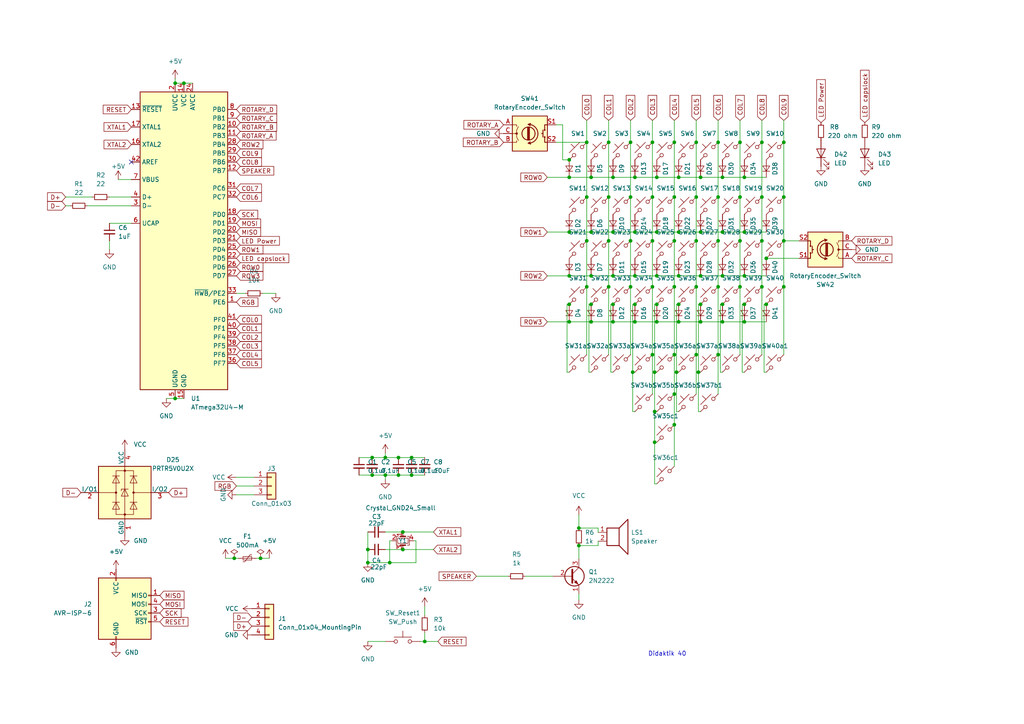
<source format=kicad_sch>
(kicad_sch (version 20211123) (generator eeschema)
  (paper "A4")
  (junction (at 171.45 51.435))
  (junction (at 67.945 161.925))
  (junction (at 111.76 137.795))
  (junction (at 50.8 115.57))
  (junction (at 176.53 69.85))
  (junction (at 195.58 57.15))
  (junction (at 215.9 88.265))
  (junction (at 215.9 67.31))
  (junction (at 220.98 41.275))
  (junction (at 209.55 80.01))
  (junction (at 184.15 67.31))
  (junction (at 170.18 69.85))
  (junction (at 190.5 51.435))
  (junction (at 106.68 159.385))
  (junction (at 203.2 93.345))
  (junction (at 195.58 114.3))
  (junction (at 184.15 80.01))
  (junction (at 220.98 69.85))
  (junction (at 116.84 159.385))
  (junction (at 214.63 83.185))
  (junction (at 115.57 137.795))
  (junction (at 113.03 163.195))
  (junction (at 196.85 80.01))
  (junction (at 177.8 67.31))
  (junction (at 201.93 41.275))
  (junction (at 189.23 83.185))
  (junction (at 116.84 154.305))
  (junction (at 119.38 132.715))
  (junction (at 170.18 57.15))
  (junction (at 189.23 102.87))
  (junction (at 171.45 88.265))
  (junction (at 167.894 153.162))
  (junction (at 214.63 57.15))
  (junction (at 208.28 69.85))
  (junction (at 215.9 93.345))
  (junction (at 227.33 83.185))
  (junction (at 196.85 67.31))
  (junction (at 111.76 132.715))
  (junction (at 176.53 83.185))
  (junction (at 171.45 80.01))
  (junction (at 53.34 24.13))
  (junction (at 215.9 80.01))
  (junction (at 201.93 69.85))
  (junction (at 222.25 88.265))
  (junction (at 190.5 88.265))
  (junction (at 202.565 107.95))
  (junction (at 209.55 88.265))
  (junction (at 184.15 51.435))
  (junction (at 189.23 57.15))
  (junction (at 215.9 51.435))
  (junction (at 201.93 57.15))
  (junction (at 214.63 41.275))
  (junction (at 195.58 41.275))
  (junction (at 203.2 51.435))
  (junction (at 183.515 107.95))
  (junction (at 195.58 102.87))
  (junction (at 106.68 163.195))
  (junction (at 176.53 41.275))
  (junction (at 115.57 132.715))
  (junction (at 171.45 93.345))
  (junction (at 177.8 51.435))
  (junction (at 209.55 93.345))
  (junction (at 227.33 69.85))
  (junction (at 209.55 67.31))
  (junction (at 75.565 161.925))
  (junction (at 189.23 69.85))
  (junction (at 189.23 41.275))
  (junction (at 190.5 80.01))
  (junction (at 176.53 57.15))
  (junction (at 196.85 51.435))
  (junction (at 184.15 93.345))
  (junction (at 203.2 88.265))
  (junction (at 189.865 107.95))
  (junction (at 177.8 93.345))
  (junction (at 201.93 83.185))
  (junction (at 209.55 51.435))
  (junction (at 189.865 119.38))
  (junction (at 165.1 80.01))
  (junction (at 203.2 67.31))
  (junction (at 190.5 67.31))
  (junction (at 170.18 41.275))
  (junction (at 227.33 57.15))
  (junction (at 222.25 74.93))
  (junction (at 196.215 107.95))
  (junction (at 171.45 67.31))
  (junction (at 170.18 83.185))
  (junction (at 196.85 88.265))
  (junction (at 107.95 132.715))
  (junction (at 165.1 46.355))
  (junction (at 182.88 41.275))
  (junction (at 220.98 57.15))
  (junction (at 119.38 137.795))
  (junction (at 195.58 83.185))
  (junction (at 165.1 88.265))
  (junction (at 227.33 41.275))
  (junction (at 208.28 57.15))
  (junction (at 201.93 102.87))
  (junction (at 190.5 93.345))
  (junction (at 50.8 24.13))
  (junction (at 177.8 88.265))
  (junction (at 195.58 69.85))
  (junction (at 182.88 69.85))
  (junction (at 184.15 88.265))
  (junction (at 177.8 80.01))
  (junction (at 165.1 51.435))
  (junction (at 189.865 128.27))
  (junction (at 214.63 69.85))
  (junction (at 208.28 83.185))
  (junction (at 208.28 102.87))
  (junction (at 167.894 158.242))
  (junction (at 196.85 93.345))
  (junction (at 165.1 93.345))
  (junction (at 123.19 186.055))
  (junction (at 203.2 80.01))
  (junction (at 208.28 41.275))
  (junction (at 107.95 137.795))
  (junction (at 220.98 83.185))
  (junction (at 165.1 67.31))
  (junction (at 182.88 57.15))
  (junction (at 182.88 83.185))
  (junction (at 195.58 123.19))
  (no_connect (at 38.1 46.99))
  (wire (pts (xy 183.515 107.95) (xy 184.15 107.95)))
  (wire (pts (xy 201.93 34.925) (xy 201.93 41.275)))
  (wire (pts (xy 214.63 57.15) (xy 214.63 69.85)))
  (wire (pts (xy 227.33 57.15) (xy 227.33 69.85)))
  (wire (pts (xy 201.93 83.185) (xy 201.93 102.87)))
  (wire (pts (xy 120.015 156.845) (xy 120.65 156.845)))
  (wire (pts (xy 25.4 59.69) (xy 38.1 59.69)))
  (wire (pts (xy 163.195 36.195) (xy 163.195 46.355)))
  (wire (pts (xy 111.76 159.385) (xy 116.84 159.385)))
  (wire (pts (xy 196.215 107.95) (xy 196.85 107.95)))
  (wire (pts (xy 196.85 80.01) (xy 190.5 80.01)))
  (wire (pts (xy 220.98 69.85) (xy 220.98 83.185)))
  (wire (pts (xy 123.19 175.895) (xy 123.19 178.435)))
  (wire (pts (xy 171.45 93.345) (xy 177.8 93.345)))
  (wire (pts (xy 50.8 115.57) (xy 53.34 115.57)))
  (wire (pts (xy 231.775 69.85) (xy 227.33 69.85)))
  (wire (pts (xy 161.29 41.275) (xy 170.18 41.275)))
  (wire (pts (xy 171.45 80.01) (xy 165.1 80.01)))
  (wire (pts (xy 189.865 107.95) (xy 190.5 107.95)))
  (wire (pts (xy 196.215 107.95) (xy 196.215 119.38)))
  (wire (pts (xy 177.165 107.95) (xy 177.8 107.95)))
  (wire (pts (xy 189.23 41.275) (xy 189.23 57.15)))
  (wire (pts (xy 68.58 138.43) (xy 73.66 138.43)))
  (wire (pts (xy 167.894 149.352) (xy 167.894 153.162)))
  (wire (pts (xy 68.58 85.09) (xy 71.12 85.09)))
  (wire (pts (xy 53.34 24.13) (xy 55.88 24.13)))
  (wire (pts (xy 195.58 83.185) (xy 195.58 102.87)))
  (wire (pts (xy 170.18 69.85) (xy 170.18 83.185)))
  (wire (pts (xy 111.76 154.305) (xy 116.84 154.305)))
  (wire (pts (xy 177.8 88.265) (xy 177.165 88.265)))
  (wire (pts (xy 201.93 102.87) (xy 201.93 114.3)))
  (wire (pts (xy 195.58 69.85) (xy 195.58 83.185)))
  (wire (pts (xy 208.28 34.925) (xy 208.28 41.275)))
  (wire (pts (xy 177.8 93.345) (xy 184.15 93.345)))
  (wire (pts (xy 190.5 67.31) (xy 184.15 67.31)))
  (wire (pts (xy 214.63 69.85) (xy 214.63 83.185)))
  (wire (pts (xy 208.28 83.185) (xy 208.28 102.87)))
  (wire (pts (xy 158.75 51.435) (xy 165.1 51.435)))
  (wire (pts (xy 203.2 80.01) (xy 196.85 80.01)))
  (wire (pts (xy 115.57 132.715) (xy 119.38 132.715)))
  (wire (pts (xy 222.25 88.265) (xy 221.615 88.265)))
  (wire (pts (xy 208.28 69.85) (xy 208.28 83.185)))
  (wire (pts (xy 184.15 88.265) (xy 183.515 88.265)))
  (wire (pts (xy 107.95 132.715) (xy 111.76 132.715)))
  (wire (pts (xy 189.865 119.38) (xy 190.5 119.38)))
  (wire (pts (xy 221.615 107.95) (xy 222.25 107.95)))
  (wire (pts (xy 209.55 88.265) (xy 208.915 88.265)))
  (wire (pts (xy 113.03 163.195) (xy 106.68 163.195)))
  (wire (pts (xy 190.5 51.435) (xy 196.85 51.435)))
  (wire (pts (xy 171.45 88.265) (xy 170.815 88.265)))
  (wire (pts (xy 227.33 69.85) (xy 227.33 83.185)))
  (wire (pts (xy 184.15 93.345) (xy 190.5 93.345)))
  (wire (pts (xy 170.815 107.95) (xy 171.45 107.95)))
  (wire (pts (xy 138.176 167.132) (xy 147.32 167.132)))
  (wire (pts (xy 120.65 163.195) (xy 113.03 163.195)))
  (wire (pts (xy 195.58 57.15) (xy 195.58 69.85)))
  (wire (pts (xy 177.8 80.01) (xy 171.45 80.01)))
  (wire (pts (xy 209.55 67.31) (xy 203.2 67.31)))
  (wire (pts (xy 182.88 69.85) (xy 182.88 83.185)))
  (wire (pts (xy 201.93 69.85) (xy 201.93 83.185)))
  (wire (pts (xy 189.23 57.15) (xy 189.23 69.85)))
  (wire (pts (xy 165.1 88.265) (xy 164.465 88.265)))
  (wire (pts (xy 184.15 80.01) (xy 177.8 80.01)))
  (wire (pts (xy 173.482 154.432) (xy 173.482 153.162)))
  (wire (pts (xy 220.98 83.185) (xy 220.98 102.87)))
  (wire (pts (xy 123.19 186.055) (xy 127 186.055)))
  (wire (pts (xy 177.8 67.31) (xy 171.45 67.31)))
  (wire (pts (xy 176.53 69.85) (xy 176.53 83.185)))
  (wire (pts (xy 50.8 22.86) (xy 50.8 24.13)))
  (wire (pts (xy 123.19 183.515) (xy 123.19 186.055)))
  (wire (pts (xy 106.68 154.305) (xy 106.68 159.385)))
  (wire (pts (xy 173.482 153.162) (xy 167.894 153.162)))
  (wire (pts (xy 170.18 69.85) (xy 170.18 57.15)))
  (wire (pts (xy 196.85 88.265) (xy 196.215 88.265)))
  (wire (pts (xy 222.25 80.01) (xy 215.9 80.01)))
  (wire (pts (xy 170.18 83.185) (xy 170.18 102.87)))
  (wire (pts (xy 195.58 34.925) (xy 195.58 41.275)))
  (wire (pts (xy 116.84 159.385) (xy 125.73 159.385)))
  (wire (pts (xy 190.5 88.265) (xy 189.865 88.265)))
  (wire (pts (xy 189.865 119.38) (xy 189.865 128.27)))
  (wire (pts (xy 176.53 83.185) (xy 176.53 102.87)))
  (wire (pts (xy 227.33 41.275) (xy 227.33 57.15)))
  (wire (pts (xy 113.03 156.845) (xy 113.665 156.845)))
  (wire (pts (xy 115.57 137.795) (xy 119.38 137.795)))
  (wire (pts (xy 201.93 57.15) (xy 201.93 69.85)))
  (wire (pts (xy 48.26 115.57) (xy 50.8 115.57)))
  (wire (pts (xy 107.95 137.795) (xy 111.76 137.795)))
  (wire (pts (xy 189.23 83.185) (xy 189.23 102.87)))
  (wire (pts (xy 167.894 158.242) (xy 173.482 158.242)))
  (wire (pts (xy 209.55 80.01) (xy 203.2 80.01)))
  (wire (pts (xy 208.28 69.85) (xy 208.28 57.15)))
  (wire (pts (xy 111.76 131.445) (xy 111.76 132.715)))
  (wire (pts (xy 189.865 88.265) (xy 189.865 107.95)))
  (wire (pts (xy 34.29 52.07) (xy 38.1 52.07)))
  (wire (pts (xy 202.565 107.95) (xy 202.565 119.38)))
  (wire (pts (xy 74.295 161.925) (xy 75.565 161.925)))
  (wire (pts (xy 202.565 119.38) (xy 203.2 119.38)))
  (wire (pts (xy 183.515 88.265) (xy 183.515 107.95)))
  (wire (pts (xy 214.63 83.185) (xy 214.63 102.87)))
  (wire (pts (xy 164.465 107.95) (xy 165.1 107.95)))
  (wire (pts (xy 167.894 158.242) (xy 167.894 162.052)))
  (wire (pts (xy 215.9 93.345) (xy 222.25 93.345)))
  (wire (pts (xy 189.23 34.925) (xy 189.23 41.275)))
  (wire (pts (xy 190.5 80.01) (xy 184.15 80.01)))
  (wire (pts (xy 214.63 34.925) (xy 214.63 41.275)))
  (wire (pts (xy 68.58 143.51) (xy 73.66 143.51)))
  (wire (pts (xy 152.4 167.132) (xy 160.274 167.132)))
  (wire (pts (xy 208.28 102.87) (xy 208.28 114.3)))
  (wire (pts (xy 67.945 161.925) (xy 69.215 161.925)))
  (wire (pts (xy 184.15 51.435) (xy 190.5 51.435)))
  (wire (pts (xy 19.05 59.69) (xy 20.32 59.69)))
  (wire (pts (xy 220.98 41.275) (xy 220.98 57.15)))
  (wire (pts (xy 31.75 57.15) (xy 38.1 57.15)))
  (wire (pts (xy 182.88 83.185) (xy 182.88 102.87)))
  (wire (pts (xy 170.18 34.925) (xy 170.18 41.275)))
  (wire (pts (xy 161.29 36.195) (xy 163.195 36.195)))
  (wire (pts (xy 165.1 93.345) (xy 171.45 93.345)))
  (wire (pts (xy 215.9 67.31) (xy 209.55 67.31)))
  (wire (pts (xy 196.215 119.38) (xy 196.85 119.38)))
  (wire (pts (xy 189.23 102.87) (xy 189.23 114.3)))
  (wire (pts (xy 208.28 57.15) (xy 208.28 41.275)))
  (wire (pts (xy 65.405 161.925) (xy 67.945 161.925)))
  (wire (pts (xy 31.75 64.77) (xy 38.1 64.77)))
  (wire (pts (xy 202.565 107.95) (xy 203.2 107.95)))
  (wire (pts (xy 189.23 69.85) (xy 189.23 83.185)))
  (wire (pts (xy 183.515 119.38) (xy 184.15 119.38)))
  (wire (pts (xy 227.33 34.925) (xy 227.33 41.275)))
  (wire (pts (xy 222.25 67.31) (xy 215.9 67.31)))
  (wire (pts (xy 176.53 34.925) (xy 176.53 41.275)))
  (wire (pts (xy 104.14 132.715) (xy 107.95 132.715)))
  (wire (pts (xy 195.58 114.3) (xy 195.58 123.19)))
  (wire (pts (xy 227.33 83.185) (xy 227.33 102.87)))
  (wire (pts (xy 203.2 93.345) (xy 209.55 93.345)))
  (wire (pts (xy 31.75 69.85) (xy 31.75 72.39)))
  (wire (pts (xy 208.915 88.265) (xy 208.915 107.95)))
  (wire (pts (xy 196.85 51.435) (xy 203.2 51.435)))
  (wire (pts (xy 171.45 51.435) (xy 177.8 51.435)))
  (wire (pts (xy 167.894 172.212) (xy 167.894 173.99)))
  (wire (pts (xy 170.18 41.275) (xy 170.18 57.15)))
  (wire (pts (xy 209.55 51.435) (xy 215.9 51.435)))
  (wire (pts (xy 183.515 107.95) (xy 183.515 119.38)))
  (wire (pts (xy 209.55 93.345) (xy 215.9 93.345)))
  (wire (pts (xy 68.58 140.97) (xy 73.66 140.97)))
  (wire (pts (xy 189.865 128.27) (xy 190.5 128.27)))
  (wire (pts (xy 19.05 57.15) (xy 26.67 57.15)))
  (wire (pts (xy 215.9 80.01) (xy 209.55 80.01)))
  (wire (pts (xy 116.84 154.305) (xy 125.73 154.305)))
  (wire (pts (xy 195.58 123.19) (xy 195.58 135.255)))
  (wire (pts (xy 189.865 140.335) (xy 190.5 140.335)))
  (wire (pts (xy 182.88 34.925) (xy 182.88 41.275)))
  (wire (pts (xy 158.75 93.345) (xy 165.1 93.345)))
  (wire (pts (xy 111.76 132.715) (xy 115.57 132.715)))
  (wire (pts (xy 177.165 88.265) (xy 177.165 107.95)))
  (wire (pts (xy 165.1 51.435) (xy 171.45 51.435)))
  (wire (pts (xy 171.45 67.31) (xy 165.1 67.31)))
  (wire (pts (xy 196.215 88.265) (xy 196.215 107.95)))
  (wire (pts (xy 173.482 158.242) (xy 173.482 156.972)))
  (wire (pts (xy 208.915 107.95) (xy 209.55 107.95)))
  (wire (pts (xy 195.58 41.275) (xy 195.58 57.15)))
  (wire (pts (xy 215.9 88.265) (xy 215.265 88.265)))
  (wire (pts (xy 176.53 41.275) (xy 176.53 57.15)))
  (wire (pts (xy 189.865 128.27) (xy 189.865 140.335)))
  (wire (pts (xy 176.53 57.15) (xy 176.53 69.85)))
  (wire (pts (xy 111.76 137.795) (xy 111.76 139.065)))
  (wire (pts (xy 177.8 51.435) (xy 184.15 51.435)))
  (wire (pts (xy 121.92 186.055) (xy 123.19 186.055)))
  (wire (pts (xy 222.25 74.93) (xy 231.775 74.93)))
  (wire (pts (xy 214.63 41.275) (xy 214.63 57.15)))
  (wire (pts (xy 182.88 69.85) (xy 182.88 57.15)))
  (wire (pts (xy 106.68 186.055) (xy 111.76 186.055)))
  (wire (pts (xy 164.465 88.265) (xy 164.465 107.95)))
  (wire (pts (xy 189.865 107.95) (xy 189.865 119.38)))
  (wire (pts (xy 196.85 67.31) (xy 190.5 67.31)))
  (wire (pts (xy 203.2 51.435) (xy 209.55 51.435)))
  (wire (pts (xy 120.65 156.845) (xy 120.65 163.195)))
  (wire (pts (xy 203.2 67.31) (xy 196.85 67.31)))
  (wire (pts (xy 221.615 88.265) (xy 221.615 107.95)))
  (wire (pts (xy 196.85 93.345) (xy 203.2 93.345)))
  (wire (pts (xy 220.98 34.925) (xy 220.98 41.275)))
  (wire (pts (xy 215.9 51.435) (xy 222.25 51.435)))
  (wire (pts (xy 163.195 46.355) (xy 165.1 46.355)))
  (wire (pts (xy 119.38 137.795) (xy 123.19 137.795)))
  (wire (pts (xy 113.03 156.845) (xy 113.03 163.195)))
  (wire (pts (xy 220.98 57.15) (xy 220.98 69.85)))
  (wire (pts (xy 215.265 88.265) (xy 215.265 107.95)))
  (wire (pts (xy 106.68 159.385) (xy 106.68 163.195)))
  (wire (pts (xy 203.2 88.265) (xy 202.565 88.265)))
  (wire (pts (xy 201.93 41.275) (xy 201.93 57.15)))
  (wire (pts (xy 104.14 137.795) (xy 107.95 137.795)))
  (wire (pts (xy 165.1 67.31) (xy 158.75 67.31)))
  (wire (pts (xy 195.58 102.87) (xy 195.58 114.3)))
  (wire (pts (xy 184.15 67.31) (xy 177.8 67.31)))
  (wire (pts (xy 202.565 88.265) (xy 202.565 107.95)))
  (wire (pts (xy 190.5 93.345) (xy 196.85 93.345)))
  (wire (pts (xy 215.265 107.95) (xy 215.9 107.95)))
  (wire (pts (xy 50.8 24.13) (xy 53.34 24.13)))
  (wire (pts (xy 182.88 57.15) (xy 182.88 41.275)))
  (wire (pts (xy 111.76 137.795) (xy 115.57 137.795)))
  (wire (pts (xy 76.2 85.09) (xy 80.01 85.09)))
  (wire (pts (xy 170.815 88.265) (xy 170.815 107.95)))
  (wire (pts (xy 75.565 161.925) (xy 78.105 161.925)))
  (wire (pts (xy 165.1 80.01) (xy 158.75 80.01)))
  (wire (pts (xy 119.38 132.715) (xy 123.19 132.715)))
  (text "Didaktik 40" (at 187.96 190.5 0) (effects (font (size 1.27 1.27)) (justify left bottom)))
  (global_label "COL8" (shape input) (at 68.58 46.99 0) (property "Intersheet References" "${INTERSHEET_REFS}" (effects hide)))
  (global_label "COL4" (shape input) (at 195.58 34.925 90) (property "Intersheet References" "${INTERSHEET_REFS}" (effects hide)))
  (global_label "SPEAKER" (shape input) (at 68.58 49.53 0) (property "Intersheet References" "${INTERSHEET_REFS}" (effects hide)))
  (global_label "XTAL1" (shape input) (at 125.73 154.305 0) (property "Intersheet References" "${INTERSHEET_REFS}" (effects hide)))
  (global_label "LED Power" (shape input) (at 68.58 69.85 0) (property "Intersheet References" "${INTERSHEET_REFS}" (effects hide)))
  (global_label "ROW0" (shape input) (at 68.58 77.47 0) (property "Intersheet References" "${INTERSHEET_REFS}" (effects hide)))
  (global_label "COL8" (shape input) (at 220.98 34.925 90) (property "Intersheet References" "${INTERSHEET_REFS}" (effects hide)))
  (global_label "COL5" (shape input) (at 201.93 34.925 90) (property "Intersheet References" "${INTERSHEET_REFS}" (effects hide)))
  (global_label "RESET" (shape input) (at 38.1 31.75 180) (property "Intersheet References" "${INTERSHEET_REFS}" (effects hide)))
  (global_label "ROTARY_A" (shape input) (at 146.05 36.195 180) (property "Intersheet References" "${INTERSHEET_REFS}" (effects hide)))
  (global_label "XTAL1" (shape input) (at 38.1 36.83 180) (property "Intersheet References" "${INTERSHEET_REFS}" (effects hide)))
  (global_label "RESET" (shape input) (at 127 186.055 0) (property "Intersheet References" "${INTERSHEET_REFS}" (effects hide)))
  (global_label "LED capslock" (shape input) (at 250.825 35.56 90) (property "Intersheet References" "${INTERSHEET_REFS}" (effects hide)))
  (global_label "COL1" (shape input) (at 68.58 95.25 0) (property "Intersheet References" "${INTERSHEET_REFS}" (effects hide)))
  (global_label "COL1" (shape input) (at 176.53 34.925 90) (property "Intersheet References" "${INTERSHEET_REFS}" (effects hide)))
  (global_label "D-" (shape input) (at 19.05 59.69 180) (property "Intersheet References" "${INTERSHEET_REFS}" (effects hide)))
  (global_label "MOSI" (shape input) (at 46.355 175.26 0) (property "Intersheet References" "${INTERSHEET_REFS}" (effects hide)))
  (global_label "ROTARY_B" (shape input) (at 146.05 41.275 180) (property "Intersheet References" "${INTERSHEET_REFS}" (effects hide)))
  (global_label "ROW3" (shape input) (at 158.75 93.345 180) (property "Intersheet References" "${INTERSHEET_REFS}" (effects hide)))
  (global_label "ROTARY_C" (shape input) (at 247.015 74.93 0) (property "Intersheet References" "${INTERSHEET_REFS}" (effects hide)))
  (global_label "D+" (shape input) (at 73.025 181.61 180) (property "Intersheet References" "${INTERSHEET_REFS}" (effects hide)))
  (global_label "ROTARY_D" (shape input) (at 247.015 69.85 0) (property "Intersheet References" "${INTERSHEET_REFS}" (effects hide)))
  (global_label "COL3" (shape input) (at 68.58 100.33 0) (property "Intersheet References" "${INTERSHEET_REFS}" (effects hide)))
  (global_label "ROW1" (shape input) (at 68.58 72.39 0) (property "Intersheet References" "${INTERSHEET_REFS}" (effects hide)))
  (global_label "D-" (shape input) (at 73.025 179.07 180) (property "Intersheet References" "${INTERSHEET_REFS}" (effects hide)))
  (global_label "COL6" (shape input) (at 68.58 57.15 0) (property "Intersheet References" "${INTERSHEET_REFS}" (effects hide)))
  (global_label "COL0" (shape input) (at 170.18 34.925 90) (property "Intersheet References" "${INTERSHEET_REFS}" (effects hide)))
  (global_label "ROTARY_A" (shape input) (at 68.58 39.37 0) (property "Intersheet References" "${INTERSHEET_REFS}" (effects hide)))
  (global_label "COL4" (shape input) (at 68.58 102.87 0) (property "Intersheet References" "${INTERSHEET_REFS}" (effects hide)))
  (global_label "ROTARY_B" (shape input) (at 68.58 36.83 0) (property "Intersheet References" "${INTERSHEET_REFS}" (effects hide)))
  (global_label "COL7" (shape input) (at 214.63 34.925 90) (property "Intersheet References" "${INTERSHEET_REFS}" (effects hide)))
  (global_label "LED capslock" (shape input) (at 68.58 74.93 0) (property "Intersheet References" "${INTERSHEET_REFS}" (effects hide)))
  (global_label "COL5" (shape input) (at 68.58 105.41 0) (property "Intersheet References" "${INTERSHEET_REFS}" (effects hide)))
  (global_label "D-" (shape input) (at 23.495 142.875 180) (property "Intersheet References" "${INTERSHEET_REFS}" (effects hide)))
  (global_label "COL0" (shape input) (at 68.58 92.71 0) (property "Intersheet References" "${INTERSHEET_REFS}" (effects hide)))
  (global_label "MISO" (shape input) (at 46.355 172.72 0) (property "Intersheet References" "${INTERSHEET_REFS}" (effects hide)))
  (global_label "RGB" (shape input) (at 68.58 87.63 0) (property "Intersheet References" "${INTERSHEET_REFS}" (effects hide)))
  (global_label "ROW0" (shape input) (at 158.75 51.435 180) (property "Intersheet References" "${INTERSHEET_REFS}" (effects hide)))
  (global_label "COL3" (shape input) (at 189.23 34.925 90) (property "Intersheet References" "${INTERSHEET_REFS}" (effects hide)))
  (global_label "RESET" (shape input) (at 46.355 180.34 0) (property "Intersheet References" "${INTERSHEET_REFS}" (effects hide)))
  (global_label "MOSI" (shape input) (at 68.58 64.77 0) (property "Intersheet References" "${INTERSHEET_REFS}" (effects hide)))
  (global_label "COL9" (shape input) (at 68.58 44.45 0) (property "Intersheet References" "${INTERSHEET_REFS}" (effects hide)))
  (global_label "MISO" (shape input) (at 68.58 67.31 0) (property "Intersheet References" "${INTERSHEET_REFS}" (effects hide)))
  (global_label "SCK" (shape input) (at 46.355 177.8 0) (property "Intersheet References" "${INTERSHEET_REFS}" (effects hide)))
  (global_label "ROW2" (shape input) (at 68.58 41.91 0) (property "Intersheet References" "${INTERSHEET_REFS}" (effects hide)))
  (global_label "D+" (shape input) (at 48.895 142.875 0) (property "Intersheet References" "${INTERSHEET_REFS}" (effects hide)))
  (global_label "ROW2" (shape input) (at 158.75 80.01 180) (property "Intersheet References" "${INTERSHEET_REFS}" (effects hide)))
  (global_label "COL2" (shape input) (at 182.88 34.925 90) (property "Intersheet References" "${INTERSHEET_REFS}" (effects hide)))
  (global_label "D+" (shape input) (at 19.05 57.15 180) (property "Intersheet References" "${INTERSHEET_REFS}" (effects hide)))
  (global_label "ROW1" (shape input) (at 158.75 67.31 180) (property "Intersheet References" "${INTERSHEET_REFS}" (effects hide)))
  (global_label "XTAL2" (shape input) (at 125.73 159.385 0) (property "Intersheet References" "${INTERSHEET_REFS}" (effects hide)))
  (global_label "ROTARY_C" (shape input) (at 68.58 34.29 0) (property "Intersheet References" "${INTERSHEET_REFS}" (effects hide)))
  (global_label "SCK" (shape input) (at 68.58 62.23 0) (property "Intersheet References" "${INTERSHEET_REFS}" (effects hide)))
  (global_label "LED Power" (shape input) (at 238.125 35.56 90) (property "Intersheet References" "${INTERSHEET_REFS}" (effects hide)))
  (global_label "COL7" (shape input) (at 68.58 54.61 0) (property "Intersheet References" "${INTERSHEET_REFS}" (effects hide)))
  (global_label "RGB" (shape input) (at 68.58 140.97 180) (property "Intersheet References" "${INTERSHEET_REFS}" (effects hide)))
  (global_label "COL9" (shape input) (at 227.33 34.925 90) (property "Intersheet References" "${INTERSHEET_REFS}" (effects hide)))
  (global_label "SPEAKER" (shape input) (at 138.176 167.132 180) (property "Intersheet References" "${INTERSHEET_REFS}" (effects hide)))
  (global_label "COL6" (shape input) (at 208.28 34.925 90) (property "Intersheet References" "${INTERSHEET_REFS}" (effects hide)))
  (global_label "ROTARY_D" (shape input) (at 68.58 31.75 0) (property "Intersheet References" "${INTERSHEET_REFS}" (effects hide)))
  (global_label "COL2" (shape input) (at 68.58 97.79 0) (property "Intersheet References" "${INTERSHEET_REFS}" (effects hide)))
  (global_label "XTAL2" (shape input) (at 38.1 41.91 180) (property "Intersheet References" "${INTERSHEET_REFS}" (effects hide)))
  (global_label "ROW3" (shape input) (at 68.58 80.01 0) (property "Intersheet References" "${INTERSHEET_REFS}" (effects hide)))
  (symbol (lib_id "Switch:SW_Push_45deg") (at 180.34 105.41 0) (mirror y) (unit 1)
    (property "Reference" "SW33a1" (at 180.34 100.33 0))
    (property "Value" "SW_Push_45deg" (effects hide))
    (property "Footprint" "MX_Only:MXOnly-1U-NoLED" (effects hide))
  )
  (symbol (lib_id "ComboDiode:D_Small") (at 203.2 77.47 270) (mirror x) (unit 1)
    (property "Reference" "D28" (at 205.74 77.47 0))
    (property "Value" "D_Small" (effects hide))
    (property "Footprint" "Diode_SMD:D_SOD-123F" (effects hide))
  )
  (symbol (lib_id "ComboDiode:Crystal_GND24_Small") (at 116.84 156.845 270) (unit 1)
    (property "Reference" "Y1" (at 116.84 156.845 90))
    (property "Value" "Crystal_GND24_Small" (at 116.205 147.32 90))
    (property "Footprint" "Crystal:Crystal_SMD_3225-4Pin_3.2x2.5mm" (effects hide))
  )
  (symbol (lib_id "power:+5V") (at 78.105 161.925 0) (unit 1)
    (property "Reference" "#PWR0103" (effects hide))
    (property "Value" "+5V" (at 78.105 156.845 0))
  )
  (symbol (lib_id "ComboDiode:D_Small") (at 190.5 48.895 270) (mirror x) (unit 1)
    (property "Reference" "D17" (at 193.04 48.895 0))
    (property "Value" "D_Small" (effects hide))
    (property "Footprint" "Diode_SMD:D_SOD-123F" (effects hide))
  )
  (symbol (lib_id "ComboDiode:D_Small") (at 165.1 77.47 270) (mirror x) (unit 1)
    (property "Reference" "D3" (at 167.64 77.47 0))
    (property "Value" "D_Small" (effects hide))
    (property "Footprint" "Diode_SMD:D_SOD-123F" (effects hide))
  )
  (symbol (lib_id "power:VCC") (at 68.58 138.43 90) (unit 1)
    (property "Reference" "#PWR0115" (effects hide))
    (property "Value" "VCC" (at 65.405 138.4299 90) (effects (justify left)))
  )
  (symbol (lib_id "power:GND") (at 73.025 184.15 270) (unit 1)
    (property "Reference" "#PWR0118" (effects hide))
    (property "Value" "GND" (at 69.215 184.1499 90) (effects (justify right)))
  )
  (symbol (lib_id "ComboDiode:R_Small") (at 250.825 38.1 0) (unit 1)
    (property "Reference" "R9" (at 252.73 36.8299 0) (effects (justify left)))
    (property "Value" "220 ohm" (at 252.73 39.3699 0) (effects (justify left)))
    (property "Footprint" "Resistor_SMD:R_0402_1005Metric" (effects hide))
  )
  (symbol (lib_id "ComboDiode:D_Small") (at 171.45 77.47 270) (mirror x) (unit 1)
    (property "Reference" "D7" (at 173.99 77.47 0))
    (property "Value" "D_Small" (effects hide))
    (property "Footprint" "Diode_SMD:D_SOD-123F" (effects hide))
  )
  (symbol (lib_id "MCU_Microchip_ATmega:ATmega32U4-M") (at 53.34 69.85 0) (unit 1)
    (property "Reference" "U1" (at 55.3594 115.57 0) (effects (justify left)))
    (property "Value" "ATmega32U4-M" (at 55.3594 118.11 0) (effects (justify left)))
    (property "Footprint" "Package_DFN_QFN:QFN-44-1EP_7x7mm_P0.5mm_EP5.2x5.2mm" (effects hide))
    (property "Datasheet" "http://ww1.microchip.com/downloads/en/DeviceDoc/Atmel-7766-8-bit-AVR-ATmega16U4-32U4_Datasheet.pdf" (effects hide))
  )
  (symbol (lib_id "Switch:SW_Push_45deg") (at 224.79 105.41 0) (mirror y) (unit 1)
    (property "Reference" "SW40a1" (at 224.79 100.33 0))
    (property "Value" "SW_Push_45deg" (effects hide))
    (property "Footprint" "MX_Only:MXOnly-1U-NoLED" (effects hide))
  )
  (symbol (lib_id "power:GND") (at 31.75 72.39 0) (unit 1)
    (property "Reference" "#PWR0108" (effects hide))
    (property "Value" "GND" (at 31.75 77.47 0))
  )
  (symbol (lib_id "ComboDiode:D_Small") (at 215.9 90.805 270) (mirror x) (unit 1)
    (property "Reference" "D37" (at 218.44 90.805 0))
    (property "Value" "D_Small" (effects hide))
    (property "Footprint" "Diode_SMD:D_SOD-123F" (effects hide))
  )
  (symbol (lib_id "power:GND") (at 80.01 85.09 0) (unit 1)
    (property "Reference" "#PWR0106" (effects hide))
    (property "Value" "GND" (at 80.01 90.17 0))
  )
  (symbol (lib_id "Switch:SW_Push_45deg") (at 173.99 85.725 0) (mirror y) (unit 1)
    (property "Reference" "SW32" (at 173.99 80.645 0))
    (property "Value" "SW_Push_45deg" (effects hide))
    (property "Footprint" "MX_Only:MXOnly-1U-NoLED" (effects hide))
  )
  (symbol (lib_id "power:+5V") (at 50.8 22.86 0) (unit 1)
    (property "Reference" "#PWR0116" (effects hide))
    (property "Value" "+5V" (at 50.8 17.78 0))
  )
  (symbol (lib_id "ComboDiode:C_Small") (at 109.22 159.385 90) (unit 1)
    (property "Reference" "C4" (at 109.22 162.56 90))
    (property "Value" "22pF" (at 109.855 164.465 90))
    (property "Footprint" "Capacitor_SMD:C_0402_1005Metric" (effects hide))
  )
  (symbol (lib_id "ComboDiode:D_Small") (at 171.45 90.805 270) (mirror x) (unit 1)
    (property "Reference" "D8" (at 173.99 90.805 0))
    (property "Value" "D_Small" (effects hide))
    (property "Footprint" "Diode_SMD:D_SOD-123F" (effects hide))
  )
  (symbol (lib_id "Switch:SW_Push_45deg") (at 218.44 72.39 0) (mirror y) (unit 1)
    (property "Reference" "SW29" (at 218.44 67.31 0))
    (property "Value" "SW_Push_45deg" (effects hide))
    (property "Footprint" "MX_Only:MXOnly-1U-NoLED" (effects hide))
  )
  (symbol (lib_id "Switch:SW_Push_45deg") (at 167.64 43.815 0) (mirror y) (unit 1)
    (property "Reference" "SW1" (at 167.64 38.735 0))
    (property "Value" "SW_Push_45deg" (effects hide))
    (property "Footprint" "MX_Only:MXOnly-1U-NoLED" (effects hide))
  )
  (symbol (lib_id "Switch:SW_Push_45deg") (at 180.34 72.39 0) (mirror y) (unit 1)
    (property "Reference" "SW23" (at 180.34 67.31 0))
    (property "Value" "SW_Push_45deg" (effects hide))
    (property "Footprint" "MX_Only:MXOnly-1U-NoLED" (effects hide))
  )
  (symbol (lib_id "ComboDiode:R_Small") (at 22.86 59.69 90) (unit 1)
    (property "Reference" "R1" (at 22.86 53.34 90))
    (property "Value" "22" (at 22.86 55.88 90))
    (property "Footprint" "Resistor_SMD:R_0402_1005Metric" (effects hide))
  )
  (symbol (lib_id "ComboDiode:D_Small") (at 209.55 90.805 270) (mirror x) (unit 1)
    (property "Reference" "D33" (at 212.09 90.805 0))
    (property "Value" "D_Small" (effects hide))
    (property "Footprint" "Diode_SMD:D_SOD-123F" (effects hide))
  )
  (symbol (lib_id "ComboDiode:D_Small") (at 215.9 48.895 270) (mirror x) (unit 1)
    (property "Reference" "D34" (at 218.44 48.895 0))
    (property "Value" "D_Small" (effects hide))
    (property "Footprint" "Diode_SMD:D_SOD-123F" (effects hide))
  )
  (symbol (lib_id "ComboDiode:D_Small") (at 190.5 90.805 270) (mirror x) (unit 1)
    (property "Reference" "D20" (at 193.04 90.805 0))
    (property "Value" "D_Small" (effects hide))
    (property "Footprint" "Diode_SMD:D_SOD-123F" (effects hide))
  )
  (symbol (lib_id "Switch:SW_Push") (at 116.84 186.055 0) (unit 1)
    (property "Reference" "SW_Reset1" (at 116.84 177.8 0))
    (property "Value" "SW_Push" (at 116.84 180.34 0))
    (property "Footprint" "random-keyboard-parts:SKQG-1155865" (effects hide))
  )
  (symbol (lib_id "Switch:SW_Push_45deg") (at 186.69 59.69 0) (mirror y) (unit 1)
    (property "Reference" "SW14" (at 186.69 54.61 0))
    (property "Value" "SW_Push_45deg" (effects hide))
    (property "Footprint" "MX_Only:MXOnly-1U-NoLED" (effects hide))
  )
  (symbol (lib_id "Switch:SW_Push_45deg") (at 224.79 85.725 0) (mirror y) (unit 1)
    (property "Reference" "SW40" (at 224.79 80.645 0))
    (property "Value" "SW_Push_45deg" (effects hide))
    (property "Footprint" "MX_Only:MXOnly-1.5U-NoLED" (effects hide))
  )
  (symbol (lib_id "power:GND") (at 250.825 48.26 0) (unit 1)
    (property "Reference" "#PWR0123" (effects hide))
    (property "Value" "GND" (at 250.825 53.34 0))
  )
  (symbol (lib_id "Connector:AVR-ISP-6") (at 36.195 177.8 0) (unit 1)
    (property "Reference" "J2" (at 26.67 175.2599 0) (effects (justify right)))
    (property "Value" "AVR-ISP-6" (at 26.67 177.7999 0) (effects (justify right)))
    (property "Footprint" "random-keyboard-parts:Reset_Pretty-Mask" (effects hide))
    (property "Datasheet" " ~" (effects hide))
  )
  (symbol (lib_id "ComboDiode:C_Small") (at 31.75 67.31 0) (unit 1)
    (property "Reference" "C6" (at 34.29 66.0462 0) (effects (justify left)))
    (property "Value" "1uF" (at 34.29 68.5862 0) (effects (justify left)))
    (property "Footprint" "Capacitor_SMD:C_0402_1005Metric" (effects hide))
  )
  (symbol (lib_id "Switch:SW_Push_45deg") (at 167.64 105.41 0) (mirror y) (unit 1)
    (property "Reference" "SW31a1" (at 167.64 100.33 0))
    (property "Value" "SW_Push_45deg" (effects hide))
    (property "Footprint" "MX_Only:MXOnly-1U-NoLED" (effects hide))
  )
  (symbol (lib_id "ComboDiode:R_Small") (at 123.19 180.975 0) (unit 1)
    (property "Reference" "R3" (at 125.73 179.7049 0) (effects (justify left)))
    (property "Value" "10k" (at 125.73 182.2449 0) (effects (justify left)))
    (property "Footprint" "Resistor_SMD:R_0402_1005Metric" (effects hide))
  )
  (symbol (lib_id "ComboDiode:D_Small") (at 196.85 90.805 270) (mirror x) (unit 1)
    (property "Reference" "D24" (at 199.39 90.805 0))
    (property "Value" "D_Small" (effects hide))
    (property "Footprint" "Diode_SMD:D_SOD-123F" (effects hide))
  )
  (symbol (lib_id "Switch:SW_Push_45deg") (at 193.04 105.41 0) (mirror y) (unit 1)
    (property "Reference" "SW35a1" (at 193.04 100.33 0))
    (property "Value" "SW_Push_45deg" (effects hide))
    (property "Footprint" "MX_Only:MXOnly-1.5U-NoLED" (effects hide))
  )
  (symbol (lib_id "ComboDiode:D_Small") (at 184.15 64.77 270) (mirror x) (unit 1)
    (property "Reference" "D14" (at 186.69 64.77 0))
    (property "Value" "D_Small" (effects hide))
    (property "Footprint" "Diode_SMD:D_SOD-123F" (effects hide))
  )
  (symbol (lib_id "power:VCC") (at 36.195 130.175 0) (unit 1)
    (property "Reference" "#PWR0102" (effects hide))
    (property "Value" "VCC" (at 38.735 128.9049 0) (effects (justify left)))
  )
  (symbol (lib_id "ComboDiode:D_Small") (at 184.15 48.895 270) (mirror x) (unit 1)
    (property "Reference" "D13" (at 186.69 48.895 0))
    (property "Value" "D_Small" (effects hide))
    (property "Footprint" "Diode_SMD:D_SOD-123F" (effects hide))
  )
  (symbol (lib_id "ComboDiode:R_Small") (at 73.66 85.09 90) (unit 1)
    (property "Reference" "R4" (at 73.66 78.74 90))
    (property "Value" "10k" (at 73.66 81.28 90))
    (property "Footprint" "Resistor_SMD:R_0402_1005Metric" (effects hide))
  )
  (symbol (lib_id "Switch:SW_Push_45deg") (at 180.34 85.725 0) (mirror y) (unit 1)
    (property "Reference" "SW33" (at 180.34 80.645 0))
    (property "Value" "SW_Push_45deg" (effects hide))
    (property "Footprint" "MX_Only:MXOnly-1U-NoLED" (effects hide))
  )
  (symbol (lib_id "ComboDiode:D_Small") (at 184.15 77.47 270) (mirror x) (unit 1)
    (property "Reference" "D15" (at 186.69 77.47 0))
    (property "Value" "D_Small" (effects hide))
    (property "Footprint" "Diode_SMD:D_SOD-123F" (effects hide))
  )
  (symbol (lib_id "ComboDiode:D_Small") (at 184.15 90.805 270) (mirror x) (unit 1)
    (property "Reference" "D16" (at 186.69 90.805 0))
    (property "Value" "D_Small" (effects hide))
    (property "Footprint" "Diode_SMD:D_SOD-123F" (effects hide))
  )
  (symbol (lib_id "ComboDiode:LED") (at 238.125 44.45 90) (unit 1)
    (property "Reference" "D42" (at 241.935 44.7801 90) (effects (justify right)))
    (property "Value" "LED" (at 241.935 47.3201 90) (effects (justify right)))
    (property "Footprint" "Keebio-Parts:LED_3mm" (effects hide))
  )
  (symbol (lib_id "ComboDiode:C_Small") (at 104.14 135.255 0) (unit 1)
    (property "Reference" "C1" (at 106.68 133.9912 0) (effects (justify left)))
    (property "Value" "0.1uF" (at 106.68 136.5312 0) (effects (justify left)))
    (property "Footprint" "Capacitor_SMD:C_0402_1005Metric" (effects hide))
  )
  (symbol (lib_id "Switch:SW_Push_45deg") (at 205.74 85.725 0) (mirror y) (unit 1)
    (property "Reference" "SW37" (at 205.74 80.645 0))
    (property "Value" "SW_Push_45deg" (effects hide))
    (property "Footprint" "MX_Only:MXOnly-1U-NoLED" (effects hide))
  )
  (symbol (lib_id "ComboDiode:D_Small") (at 196.85 64.77 270) (mirror x) (unit 1)
    (property "Reference" "D22" (at 199.39 64.77 0))
    (property "Value" "D_Small" (effects hide))
    (property "Footprint" "Diode_SMD:D_SOD-123F" (effects hide))
  )
  (symbol (lib_id "Device:Speaker") (at 178.562 154.432 0) (unit 1)
    (property "Reference" "LS1" (at 183.007 154.4319 0) (effects (justify left)))
    (property "Value" "Speaker" (at 183.007 156.9719 0) (effects (justify left)))
    (property "Footprint" "Keebio-Parts:AST1109MLTRQ" (effects hide))
  )
  (symbol (lib_id "power:GND") (at 48.26 115.57 0) (unit 1)
    (property "Reference" "#PWR0104" (effects hide))
    (property "Value" "GND" (at 48.26 120.65 0))
  )
  (symbol (lib_id "Switch:SW_Push_45deg") (at 193.04 137.795 0) (mirror y) (unit 1)
    (property "Reference" "SW36c1" (at 193.04 132.715 0))
    (property "Value" "SW_Push_45deg" (effects hide))
    (property "Footprint" "MX_Only:MXOnly-7U-ReversedStabilizers-NoLED" (effects hide))
  )
  (symbol (lib_id "Switch:SW_Push_45deg") (at 224.79 43.815 0) (mirror y) (unit 1)
    (property "Reference" "SW10" (at 224.79 38.735 0))
    (property "Value" "SW_Push_45deg" (effects hide))
    (property "Footprint" "MX_Only:MXOnly-1U-NoLED" (effects hide))
  )
  (symbol (lib_id "Switch:SW_Push_45deg") (at 218.44 59.69 0) (mirror y) (unit 1)
    (property "Reference" "SW19" (at 218.44 54.61 0))
    (property "Value" "SW_Push_45deg" (effects hide))
    (property "Footprint" "MX_Only:MXOnly-1U-NoLED" (effects hide))
  )
  (symbol (lib_id "ComboDiode:D_Small") (at 215.9 77.47 270) (mirror x) (unit 1)
    (property "Reference" "D36" (at 218.44 77.47 0))
    (property "Value" "D_Small" (effects hide))
    (property "Footprint" "Diode_SMD:D_SOD-123F" (effects hide))
  )
  (symbol (lib_id "ComboDiode:D_Small") (at 203.2 48.895 270) (mirror x) (unit 1)
    (property "Reference" "D26" (at 205.74 48.895 0))
    (property "Value" "D_Small" (effects hide))
    (property "Footprint" "Diode_SMD:D_SOD-123F" (effects hide))
  )
  (symbol (lib_id "ComboDiode:D_Small") (at 222.25 90.805 270) (mirror x) (unit 1)
    (property "Reference" "D41" (at 224.79 90.805 0))
    (property "Value" "D_Small" (effects hide))
    (property "Footprint" "Diode_SMD:D_SOD-123F" (effects hide))
  )
  (symbol (lib_id "ComboDiode:D_Small") (at 177.8 90.805 270) (mirror x) (unit 1)
    (property "Reference" "D12" (at 180.34 90.805 0))
    (property "Value" "D_Small" (effects hide))
    (property "Footprint" "Diode_SMD:D_SOD-123F" (effects hide))
  )
  (symbol (lib_id "ComboDiode:D_Small") (at 190.5 64.77 270) (mirror x) (unit 1)
    (property "Reference" "D18" (at 193.04 64.77 0))
    (property "Value" "D_Small" (effects hide))
    (property "Footprint" "Diode_SMD:D_SOD-123F" (effects hide))
  )
  (symbol (lib_id "Switch:SW_Push_45deg") (at 193.04 85.725 0) (mirror y) (unit 1)
    (property "Reference" "SW35" (at 193.04 80.645 0))
    (property "Value" "SW_Push_45deg" (effects hide))
    (property "Footprint" "MX_Only:MXOnly-1U-NoLED" (effects hide))
  )
  (symbol (lib_id "ComboDiode:Polyfuse_Small") (at 71.755 161.925 90) (unit 1)
    (property "Reference" "F1" (at 71.755 155.575 90))
    (property "Value" "500mA" (at 71.755 158.115 90))
    (property "Footprint" "Fuse:Fuse_1206_3216Metric" (effects hide))
  )
  (symbol (lib_id "Switch:SW_Push_45deg") (at 212.09 72.39 0) (mirror y) (unit 1)
    (property "Reference" "SW28" (at 212.09 67.31 0))
    (property "Value" "SW_Push_45deg" (effects hide))
    (property "Footprint" "MX_Only:MXOnly-1U-NoLED" (effects hide))
  )
  (symbol (lib_id "Switch:SW_Push_45deg") (at 199.39 116.84 0) (mirror y) (unit 1)
    (property "Reference" "SW36b1" (at 199.39 111.76 0))
    (property "Value" "SW_Push_45deg" (effects hide))
    (property "Footprint" "MX_Only:MXOnly-2U-ReversedStabilizers-NoLED" (effects hide))
  )
  (symbol (lib_id "Switch:SW_Push_45deg") (at 180.34 43.815 0) (mirror y) (unit 1)
    (property "Reference" "SW3" (at 180.34 38.735 0))
    (property "Value" "SW_Push_45deg" (effects hide))
    (property "Footprint" "MX_Only:MXOnly-1U-NoLED" (effects hide))
  )
  (symbol (lib_id "ComboDiode:D_Small") (at 222.25 77.47 270) (mirror x) (unit 1)
    (property "Reference" "D40" (at 224.79 77.47 0))
    (property "Value" "D_Small" (effects hide))
    (property "Footprint" "Diode_SMD:D_SOD-123F" (effects hide))
  )
  (symbol (lib_id "power:GND") (at 146.05 38.735 270) (unit 1)
    (property "Reference" "#PWR0124" (effects hide))
    (property "Value" "GND" (at 142.24 38.7349 90) (effects (justify right)))
  )
  (symbol (lib_id "Switch:SW_Push_45deg") (at 218.44 43.815 0) (mirror y) (unit 1)
    (property "Reference" "SW9" (at 218.44 38.735 0))
    (property "Value" "SW_Push_45deg" (effects hide))
    (property "Footprint" "MX_Only:MXOnly-1U-NoLED" (effects hide))
  )
  (symbol (lib_id "ComboDiode:C_Small") (at 109.22 154.305 90) (unit 1)
    (property "Reference" "C3" (at 109.22 149.86 90))
    (property "Value" "22pF" (at 109.22 151.765 90))
    (property "Footprint" "Capacitor_SMD:C_0402_1005Metric" (effects hide))
  )
  (symbol (lib_id "power:+5V") (at 123.19 175.895 0) (unit 1)
    (property "Reference" "#PWR0117" (effects hide))
    (property "Value" "+5V" (at 123.19 170.815 0))
  )
  (symbol (lib_id "Switch:SW_Push_45deg") (at 212.09 85.725 0) (mirror y) (unit 1)
    (property "Reference" "SW38" (at 212.09 80.645 0))
    (property "Value" "SW_Push_45deg" (effects hide))
    (property "Footprint" "MX_Only:MXOnly-1U-NoLED" (effects hide))
  )
  (symbol (lib_id "Switch:SW_Push_45deg") (at 180.34 59.69 0) (mirror y) (unit 1)
    (property "Reference" "SW13" (at 180.34 54.61 0))
    (property "Value" "SW_Push_45deg" (effects hide))
    (property "Footprint" "MX_Only:MXOnly-1U-NoLED" (effects hide))
  )
  (symbol (lib_id "power:GND") (at 238.125 48.26 0) (unit 1)
    (property "Reference" "#PWR0122" (effects hide))
    (property "Value" "GND" (at 238.125 53.34 0))
  )
  (symbol (lib_id "Switch:SW_Push_45deg") (at 199.39 43.815 0) (mirror y) (unit 1)
    (property "Reference" "SW6" (at 199.39 38.735 0))
    (property "Value" "SW_Push_45deg" (effects hide))
    (property "Footprint" "MX_Only:MXOnly-1U-NoLED" (effects hide))
  )
  (symbol (lib_id "Switch:SW_Push_45deg") (at 205.74 59.69 0) (mirror y) (unit 1)
    (property "Reference" "SW17" (at 205.74 54.61 0))
    (property "Value" "SW_Push_45deg" (effects hide))
    (property "Footprint" "MX_Only:MXOnly-1U-NoLED" (effects hide))
  )
  (symbol (lib_id "ComboDiode:D_Small") (at 196.85 48.895 270) (mirror x) (unit 1)
    (property "Reference" "D21" (at 199.39 48.895 0))
    (property "Value" "D_Small" (effects hide))
    (property "Footprint" "Diode_SMD:D_SOD-123F" (effects hide))
  )
  (symbol (lib_id "ComboDiode:D_Small") (at 171.45 48.895 270) (mirror x) (unit 1)
    (property "Reference" "D5" (at 173.99 48.895 0))
    (property "Value" "D_Small" (effects hide))
    (property "Footprint" "Diode_SMD:D_SOD-123F" (effects hide))
  )
  (symbol (lib_id "Switch:SW_Push_45deg") (at 186.69 105.41 0) (mirror y) (unit 1)
    (property "Reference" "SW34a1" (at 186.69 100.33 0))
    (property "Value" "SW_Push_45deg" (effects hide))
    (property "Footprint" "MX_Only:MXOnly-1U-NoLED" (effects hide))
  )
  (symbol (lib_id "Connector_Generic:Conn_01x04") (at 78.105 179.07 0) (unit 1)
    (property "Reference" "J1" (at 80.645 179.4255 0) (effects (justify left)))
    (property "Value" "Conn_01x04_MountingPin" (at 80.645 181.9655 0) (effects (justify left)))
    (property "Footprint" "random-keyboard-parts:JST-SR-4" (effects hide))
  )
  (symbol (lib_id "ComboDiode:D_Small") (at 203.2 90.805 270) (mirror x) (unit 1)
    (property "Reference" "D29" (at 205.74 90.805 0))
    (property "Value" "D_Small" (effects hide))
    (property "Footprint" "Diode_SMD:D_SOD-123F" (effects hide))
  )
  (symbol (lib_id "Switch:SW_Push_45deg") (at 173.99 59.69 0) (mirror y) (unit 1)
    (property "Reference" "SW12" (at 173.99 54.61 0))
    (property "Value" "SW_Push_45deg" (effects hide))
    (property "Footprint" "MX_Only:MXOnly-1U-NoLED" (effects hide))
  )
  (symbol (lib_id "ComboDiode:D_Small") (at 177.8 64.77 270) (mirror x) (unit 1)
    (property "Reference" "D10" (at 180.34 64.77 0))
    (property "Value" "D_Small" (effects hide))
    (property "Footprint" "Diode_SMD:D_SOD-123F" (effects hide))
  )
  (symbol (lib_id "Switch:SW_Push_45deg") (at 173.99 43.815 0) (mirror y) (unit 1)
    (property "Reference" "SW2" (at 173.99 38.735 0))
    (property "Value" "SW_Push_45deg" (effects hide))
    (property "Footprint" "MX_Only:MXOnly-1U-NoLED" (effects hide))
  )
  (symbol (lib_id "ComboDiode:D_Small") (at 203.2 64.77 270) (mirror x) (unit 1)
    (property "Reference" "D27" (at 205.74 64.77 0))
    (property "Value" "D_Small" (effects hide))
    (property "Footprint" "Diode_SMD:D_SOD-123F" (effects hide))
  )
  (symbol (lib_id "Switch:SW_Push_45deg") (at 205.74 105.41 0) (mirror y) (unit 1)
    (property "Reference" "SW37a1" (at 205.74 100.33 0))
    (property "Value" "SW_Push_45deg" (effects hide))
    (property "Footprint" "MX_Only:MXOnly-1U-NoLED" (effects hide))
  )
  (symbol (lib_id "alpha_pro_micro-rescue:Conn_01x03") (at 78.74 140.97 0) (unit 1)
    (property "Reference" "J3" (at 78.74 135.89 0))
    (property "Value" "Conn_01x03" (at 78.74 146.05 0))
    (property "Footprint" "Connector_PinSocket_2.00mm:PinSocket_1x03_P2.00mm_Vertical" (effects hide))
  )
  (symbol (lib_id "power:PWR_FLAG") (at 75.565 161.925 0) (unit 1)
    (property "Reference" "#FLG0101" (effects hide))
    (property "Value" "PWR_FLAG" (effects hide))
  )
  (symbol (lib_id "Switch:SW_Push_45deg") (at 224.79 72.39 0) (mirror y) (unit 1)
    (property "Reference" "SW30" (at 224.79 67.31 0))
    (property "Value" "SW_Push_45deg" (effects hide))
    (property "Footprint" "MX_Only:MXOnly-1U-NoLED" (effects hide))
  )
  (symbol (lib_id "ComboDiode:D_Small") (at 165.1 64.77 270) (mirror x) (unit 1)
    (property "Reference" "D2" (at 167.64 64.77 0))
    (property "Value" "D_Small" (effects hide))
    (property "Footprint" "Diode_SMD:D_SOD-123F" (effects hide))
  )
  (symbol (lib_id "ComboDiode:D_Small") (at 209.55 77.47 270) (mirror x) (unit 1)
    (property "Reference" "D32" (at 212.09 77.47 0))
    (property "Value" "D_Small" (effects hide))
    (property "Footprint" "Diode_SMD:D_SOD-123F" (effects hide))
  )
  (symbol (lib_id "power:GND") (at 106.68 186.055 0) (unit 1)
    (property "Reference" "#PWR0111" (effects hide))
    (property "Value" "GND" (at 106.68 191.135 0))
  )
  (symbol (lib_id "power:VCC") (at 167.894 149.352 0) (unit 1)
    (property "Reference" "#PWR0126" (effects hide))
    (property "Value" "VCC" (at 167.894 143.764 0))
  )
  (symbol (lib_id "power:GND") (at 33.655 187.96 0) (unit 1)
    (property "Reference" "#PWR0113" (effects hide))
    (property "Value" "GND" (at 36.195 189.2299 0) (effects (justify left)))
  )
  (symbol (lib_id "Switch:SW_Push_45deg") (at 167.64 59.69 0) (mirror y) (unit 1)
    (property "Reference" "SW11" (at 167.64 54.61 0))
    (property "Value" "SW_Push_45deg" (effects hide))
    (property "Footprint" "MX_Only:MXOnly-1U-NoLED" (effects hide))
  )
  (symbol (lib_id "ComboDiode:D_Small") (at 209.55 64.77 270) (mirror x) (unit 1)
    (property "Reference" "D31" (at 212.09 64.77 0))
    (property "Value" "D_Small" (effects hide))
    (property "Footprint" "Diode_SMD:D_SOD-123F" (effects hide))
  )
  (symbol (lib_id "Switch:SW_Push_45deg") (at 193.04 43.815 0) (mirror y) (unit 1)
    (property "Reference" "SW5" (at 193.04 38.735 0))
    (property "Value" "SW_Push_45deg" (effects hide))
    (property "Footprint" "MX_Only:MXOnly-1U-NoLED" (effects hide))
  )
  (symbol (lib_id "Device:R_Small") (at 167.894 155.702 0) (unit 1)
    (property "Reference" "R6" (at 169.672 154.4319 0) (effects (justify left)))
    (property "Value" "1k" (at 169.672 156.9719 0) (effects (justify left)))
    (property "Footprint" "Resistor_SMD:R_0402_1005Metric" (effects hide))
  )
  (symbol (lib_id "Switch:SW_Push_45deg") (at 205.74 116.84 0) (mirror y) (unit 1)
    (property "Reference" "SW37b1" (at 205.74 111.76 0))
    (property "Value" "SW_Push_45deg" (effects hide))
    (property "Footprint" "MX_Only:MXOnly-3U-ReversedStabilizers-NoLED" (effects hide))
  )
  (symbol (lib_id "Switch:SW_Push_45deg") (at 186.69 116.84 0) (mirror y) (unit 1)
    (property "Reference" "SW34b1" (at 186.69 111.76 0))
    (property "Value" "SW_Push_45deg" (effects hide))
    (property "Footprint" "MX_Only:MXOnly-3U-ReversedStabilizers-NoLED" (effects hide))
  )
  (symbol (lib_id "Switch:SW_Push_45deg") (at 212.09 105.41 0) (mirror y) (unit 1)
    (property "Reference" "SW38a1" (at 212.09 100.33 0))
    (property "Value" "SW_Push_45deg" (effects hide))
    (property "Footprint" "MX_Only:MXOnly-1U-NoLED" (effects hide))
  )
  (symbol (lib_id "power:+5V") (at 34.29 52.07 0) (unit 1)
    (property "Reference" "#PWR0109" (effects hide))
    (property "Value" "+5V" (at 34.29 48.26 0))
  )
  (symbol (lib_id "power:GND") (at 68.58 143.51 270) (unit 1)
    (property "Reference" "#PWR0120" (effects hide))
    (property "Value" "GND" (at 64.77 143.51 0))
  )
  (symbol (lib_id "ComboDiode:D_Small") (at 196.85 77.47 270) (mirror x) (unit 1)
    (property "Reference" "D23" (at 199.39 77.47 0))
    (property "Value" "D_Small" (effects hide))
    (property "Footprint" "Diode_SMD:D_SOD-123F" (effects hide))
  )
  (symbol (lib_id "ComboDiode:C_Small") (at 107.95 135.255 0) (unit 1)
    (property "Reference" "C2" (at 110.49 133.9912 0) (effects (justify left)))
    (property "Value" "0.1uF" (at 110.49 136.5312 0) (effects (justify left)))
    (property "Footprint" "Capacitor_SMD:C_0402_1005Metric" (effects hide))
  )
  (symbol (lib_id "ComboDiode:D_Small") (at 165.1 90.805 270) (mirror x) (unit 1)
    (property "Reference" "D4" (at 167.64 90.805 0))
    (property "Value" "D_Small" (effects hide))
    (property "Footprint" "Diode_SMD:D_SOD-123F" (effects hide))
  )
  (symbol (lib_id "Switch:SW_Push_45deg") (at 193.04 116.84 0) (mirror y) (unit 1)
    (property "Reference" "SW35b1" (at 193.04 111.76 0))
    (property "Value" "SW_Push_45deg" (effects hide))
    (property "Footprint" "MX_Only:MXOnly-2U-ReversedStabilizers-NoLED" (effects hide))
  )
  (symbol (lib_id "Switch:SW_Push_45deg") (at 199.39 59.69 0) (mirror y) (unit 1)
    (property "Reference" "SW16" (at 199.39 54.61 0))
    (property "Value" "SW_Push_45deg" (effects hide))
    (property "Footprint" "MX_Only:MXOnly-1U-NoLED" (effects hide))
  )
  (symbol (lib_id "ComboDiode:D_Small") (at 165.1 48.895 270) (mirror x) (unit 1)
    (property "Reference" "D1" (at 167.64 48.895 0))
    (property "Value" "D_Small" (effects hide))
    (property "Footprint" "Diode_SMD:D_SOD-123F" (effects hide))
  )
  (symbol (lib_id "power:+5V") (at 33.655 165.1 0) (unit 1)
    (property "Reference" "#PWR0112" (effects hide))
    (property "Value" "+5V" (at 33.655 160.02 0))
  )
  (symbol (lib_id "power:GND") (at 111.76 139.065 0) (unit 1)
    (property "Reference" "#PWR0105" (effects hide))
    (property "Value" "GND" (at 111.76 144.145 0))
  )
  (symbol (lib_id "ComboDiode:R_Small") (at 238.125 38.1 0) (unit 1)
    (property "Reference" "R8" (at 240.665 36.8299 0) (effects (justify left)))
    (property "Value" "220 ohm" (at 240.03 39.37 0) (effects (justify left)))
    (property "Footprint" "Resistor_SMD:R_0402_1005Metric" (effects hide))
  )
  (symbol (lib_id "Transistor_BJT:2N2219") (at 165.354 167.132 0) (unit 1)
    (property "Reference" "Q1" (at 170.688 165.8619 0) (effects (justify left)))
    (property "Value" "2N2222" (at 170.688 168.4019 0) (effects (justify left)))
    (property "Footprint" "Package_TO_SOT_SMD:SOT-23" (effects hide))
    (property "Datasheet" "http://www.onsemi.com/pub_link/Collateral/2N2219-D.PDF" (effects hide))
  )
  (symbol (lib_id "ComboDiode:D_Small") (at 177.8 48.895 270) (mirror x) (unit 1)
    (property "Reference" "D9" (at 180.34 48.895 0))
    (property "Value" "D_Small" (effects hide))
    (property "Footprint" "Diode_SMD:D_SOD-123F" (effects hide))
  )
  (symbol (lib_id "ComboDiode:D_Small") (at 209.55 48.895 270) (mirror x) (unit 1)
    (property "Reference" "D30" (at 212.09 48.895 0))
    (property "Value" "D_Small" (effects hide))
    (property "Footprint" "Diode_SMD:D_SOD-123F" (effects hide))
  )
  (symbol (lib_id "Switch:SW_Push_45deg") (at 193.04 125.73 0) (mirror y) (unit 1)
    (property "Reference" "SW35c1" (at 193.04 120.65 0))
    (property "Value" "SW_Push_45deg" (effects hide))
    (property "Footprint" "MX_Only:MXOnly-6U-Centered-ReversedStabilizers-NoLED" (effects hide))
  )
  (symbol (lib_id "ComboDiode:D_Small") (at 222.25 48.895 270) (mirror x) (unit 1)
    (property "Reference" "D38" (at 224.79 48.895 0))
    (property "Value" "D_Small" (effects hide))
    (property "Footprint" "Diode_SMD:D_SOD-123F" (effects hide))
  )
  (symbol (lib_id "Device:RotaryEncoder_Switch") (at 239.395 72.39 180) (unit 1)
    (property "Reference" "SW42" (at 239.395 82.55 0))
    (property "Value" "RotaryEncoder_Switch" (at 239.395 80.01 0))
    (property "Footprint" "Keebio-Parts:RotaryEncoder_EC11-no-legs" (effects hide))
  )
  (symbol (lib_id "Switch:SW_Push_45deg") (at 186.69 72.39 0) (mirror y) (unit 1)
    (property "Reference" "SW24" (at 186.69 67.31 0))
    (property "Value" "SW_Push_45deg" (effects hide))
    (property "Footprint" "MX_Only:MXOnly-1U-NoLED" (effects hide))
  )
  (symbol (lib_id "Switch:SW_Push_45deg") (at 199.39 85.725 0) (mirror y) (unit 1)
    (property "Reference" "SW36" (at 199.39 80.645 0))
    (property "Value" "SW_Push_45deg" (effects hide))
    (property "Footprint" "MX_Only:MXOnly-1U-NoLED" (effects hide))
  )
  (symbol (lib_id "Switch:SW_Push_45deg") (at 199.39 72.39 0) (mirror y) (unit 1)
    (property "Reference" "SW26" (at 199.39 67.31 0))
    (property "Value" "SW_Push_45deg" (effects hide))
    (property "Footprint" "MX_Only:MXOnly-1U-NoLED" (effects hide))
  )
  (symbol (lib_id "Device:RotaryEncoder_Switch") (at 153.67 38.735 0) (unit 1)
    (property "Reference" "SW41" (at 153.67 28.575 0))
    (property "Value" "RotaryEncoder_Switch" (at 153.67 31.115 0))
    (property "Footprint" "Keebio-Parts:RotaryEncoder_EC11-no-legs" (effects hide))
  )
  (symbol (lib_id "power:GND") (at 36.195 155.575 0) (unit 1)
    (property "Reference" "#PWR0101" (effects hide))
    (property "Value" "GND" (at 38.735 156.8449 0) (effects (justify left)))
  )
  (symbol (lib_id "ComboDiode:D_Small") (at 177.8 77.47 270) (mirror x) (unit 1)
    (property "Reference" "D11" (at 180.34 77.47 0))
    (property "Value" "D_Small" (effects hide))
    (property "Footprint" "Diode_SMD:D_SOD-123F" (effects hide))
  )
  (symbol (lib_id "Switch:SW_Push_45deg") (at 167.64 85.725 0) (mirror y) (unit 1)
    (property "Reference" "SW31" (at 167.64 80.645 0))
    (property "Value" "SW_Push_45deg" (effects hide))
    (property "Footprint" "MX_Only:MXOnly-1.5U-NoLED" (effects hide))
  )
  (symbol (lib_id "Switch:SW_Push_45deg") (at 186.69 43.815 0) (mirror y) (unit 1)
    (property "Reference" "SW4" (at 186.69 38.735 0))
    (property "Value" "SW_Push_45deg" (effects hide))
    (property "Footprint" "MX_Only:MXOnly-1U-NoLED" (effects hide))
  )
  (symbol (lib_id "power:+5V") (at 111.76 131.445 0) (unit 1)
    (property "Reference" "#PWR0107" (effects hide))
    (property "Value" "+5V" (at 111.76 126.365 0))
  )
  (symbol (lib_id "ComboDiode:R_Small") (at 29.21 57.15 90) (unit 1)
    (property "Reference" "R2" (at 29.21 50.8 90))
    (property "Value" "22" (at 29.21 53.34 90))
    (property "Footprint" "Resistor_SMD:R_0402_1005Metric" (effects hide))
  )
  (symbol (lib_id "Switch:SW_Push_45deg") (at 193.04 72.39 0) (mirror y) (unit 1)
    (property "Reference" "SW25" (at 193.04 67.31 0))
    (property "Value" "SW_Push_45deg" (effects hide))
    (property "Footprint" "MX_Only:MXOnly-1U-NoLED" (effects hide))
  )
  (symbol (lib_id "power:VCC") (at 65.405 161.925 0) (unit 1)
    (property "Reference" "#PWR0114" (effects hide))
    (property "Value" "VCC" (at 63.5 156.845 0) (effects (justify left)))
  )
  (symbol (lib_id "ComboDiode:D_Small") (at 222.25 64.77 270) (mirror x) (unit 1)
    (property "Reference" "D39" (at 224.79 64.77 0))
    (property "Value" "D_Small" (effects hide))
    (property "Footprint" "Diode_SMD:D_SOD-123F" (effects hide))
  )
  (symbol (lib_id "ComboDiode:D_Small") (at 171.45 64.77 270) (mirror x) (unit 1)
    (property "Reference" "D6" (at 173.99 64.77 0))
    (property "Value" "D_Small" (effects hide))
    (property "Footprint" "Diode_SMD:D_SOD-123F" (effects hide))
  )
  (symbol (lib_id "Switch:SW_Push_45deg") (at 173.99 72.39 0) (mirror y) (unit 1)
    (property "Reference" "SW22" (at 173.99 67.31 0))
    (property "Value" "SW_Push_45deg" (effects hide))
    (property "Footprint" "MX_Only:MXOnly-1U-NoLED" (effects hide))
  )
  (symbol (lib_id "Switch:SW_Push_45deg") (at 218.44 85.725 0) (mirror y) (unit 1)
    (property "Reference" "SW39" (at 218.44 80.645 0))
    (property "Value" "SW_Push_45deg" (effects hide))
    (property "Footprint" "MX_Only:MXOnly-1U-NoLED" (effects hide))
  )
  (symbol (lib_id "power:PWR_FLAG") (at 67.945 161.925 0) (unit 1)
    (property "Reference" "#FLG0102" (effects hide))
    (property "Value" "PWR_FLAG" (effects hide))
  )
  (symbol (lib_id "ComboDiode:D_Small") (at 190.5 77.47 270) (mirror x) (unit 1)
    (property "Reference" "D19" (at 193.04 77.47 0))
    (property "Value" "D_Small" (effects hide))
    (property "Footprint" "Diode_SMD:D_SOD-123F" (effects hide))
  )
  (symbol (lib_id "Switch:SW_Push_45deg") (at 212.09 59.69 0) (mirror y) (unit 1)
    (property "Reference" "SW18" (at 212.09 54.61 0))
    (property "Value" "SW_Push_45deg" (effects hide))
    (property "Footprint" "MX_Only:MXOnly-1U-NoLED" (effects hide))
  )
  (symbol (lib_id "Switch:SW_Push_45deg") (at 173.99 105.41 0) (mirror y) (unit 1)
    (property "Reference" "SW32a1" (at 173.99 100.33 0))
    (property "Value" "SW_Push_45deg" (effects hide))
    (property "Footprint" "MX_Only:MXOnly-1U-NoLED" (effects hide))
  )
  (symbol (lib_id "Switch:SW_Push_45deg") (at 205.74 43.815 0) (mirror y) (unit 1)
    (property "Reference" "SW7" (at 205.74 38.735 0))
    (property "Value" "SW_Push_45deg" (effects hide))
    (property "Footprint" "MX_Only:MXOnly-1U-NoLED" (effects hide))
  )
  (symbol (lib_id "ComboDiode:C_Small") (at 123.19 135.255 0) (unit 1)
    (property "Reference" "C8" (at 125.73 133.9912 0) (effects (justify left)))
    (property "Value" "10uF" (at 125.73 136.5312 0) (effects (justify left)))
    (property "Footprint" "Capacitor_SMD:C_0402_1005Metric" (effects hide))
  )
  (symbol (lib_id "ComboDiode:C_Small") (at 119.38 135.255 0) (unit 1)
    (property "Reference" "C7" (at 121.92 133.9912 0) (effects (justify left)))
    (property "Value" "0.1uF" (at 121.92 136.5312 0) (effects (justify left)))
    (property "Footprint" "Capacitor_SMD:C_0402_1005Metric" (effects hide))
  )
  (symbol (lib_id "Switch:SW_Push_45deg") (at 167.64 72.39 0) (mirror y) (unit 1)
    (property "Reference" "SW21" (at 167.64 67.31 0))
    (property "Value" "SW_Push_45deg" (effects hide))
    (property "Footprint" "MX_Only:MXOnly-1U-NoLED" (effects hide))
  )
  (symbol (lib_id "ComboDiode:C_Small") (at 115.57 135.255 0) (unit 1)
    (property "Reference" "C5" (at 118.11 133.9912 0) (effects (justify left)))
    (property "Value" "0.1uF" (at 118.11 136.5312 0) (effects (justify left)))
    (property "Footprint" "Capacitor_SMD:C_0402_1005Metric" (effects hide))
  )
  (symbol (lib_id "Switch:SW_Push_45deg") (at 186.69 85.725 0) (mirror y) (unit 1)
    (property "Reference" "SW34" (at 186.69 80.645 0))
    (property "Value" "SW_Push_45deg" (effects hide))
    (property "Footprint" "MX_Only:MXOnly-1U-NoLED" (effects hide))
  )
  (symbol (lib_id "power:GND") (at 247.015 72.39 90) (unit 1)
    (property "Reference" "#PWR0121" (effects hide))
    (property "Value" "GND" (at 250.825 72.3901 90) (effects (justify right)))
  )
  (symbol (lib_id "Power_Protection:PRTR5V0U2X") (at 36.195 142.875 0) (unit 1)
    (property "Reference" "D25" (at 50.165 133.35 0))
    (property "Value" "PRTR5V0U2X" (at 50.165 135.89 0))
    (property "Footprint" "Package_TO_SOT_SMD:SOT-143" (effects hide))
    (property "Datasheet" "https://assets.nexperia.com/documents/data-sheet/PRTR5V0U2X.pdf" (effects hide))
  )
  (symbol (lib_id "power:VCC") (at 73.025 176.53 90) (unit 1)
    (property "Reference" "#PWR0119" (effects hide))
    (property "Value" "VCC" (at 69.215 176.5299 90) (effects (justify left)))
  )
  (symbol (lib_id "Switch:SW_Push_45deg") (at 224.79 59.69 0) (mirror y) (unit 1)
    (property "Reference" "SW20" (at 224.79 54.61 0))
    (property "Value" "SW_Push_45deg" (effects hide))
    (property "Footprint" "MX_Only:MXOnly-1U-NoLED" (effects hide))
  )
  (symbol (lib_id "Switch:SW_Push_45deg") (at 205.74 72.39 0) (mirror y) (unit 1)
    (property "Reference" "SW27" (at 205.74 67.31 0))
    (property "Value" "SW_Push_45deg" (effects hide))
    (property "Footprint" "MX_Only:MXOnly-1U-NoLED" (effects hide))
  )
  (symbol (lib_id "ComboDiode:D_Small") (at 215.9 64.77 270) (mirror x) (unit 1)
    (property "Reference" "D35" (at 218.44 64.77 0))
    (property "Value" "D_Small" (effects hide))
    (property "Footprint" "Diode_SMD:D_SOD-123F" (effects hide))
  )
  (symbol (lib_id "Device:R_Small") (at 149.86 167.132 90) (unit 1)
    (property "Reference" "R5" (at 149.86 160.782 90))
    (property "Value" "1k" (at 149.86 163.322 90))
    (property "Footprint" "Keebio-Parts:Diode-Hybrid-Back" (effects hide))
  )
  (symbol (lib_id "Switch:SW_Push_45deg") (at 218.44 105.41 0) (mirror y) (unit 1)
    (property "Reference" "SW39a1" (at 218.44 100.33 0))
    (property "Value" "SW_Push_45deg" (effects hide))
    (property "Footprint" "MX_Only:MXOnly-1U-NoLED" (effects hide))
  )
  (symbol (lib_id "power:GND") (at 106.68 163.195 0) (unit 1)
    (property "Reference" "#PWR0110" (effects hide))
    (property "Value" "GND" (at 106.68 168.275 0))
  )
  (symbol (lib_id "ComboDiode:LED") (at 250.825 44.45 90) (unit 1)
    (property "Reference" "D43" (at 254.635 44.7801 90) (effects (justify right)))
    (property "Value" "LED" (at 254.635 47.3201 90) (effects (justify right)))
    (property "Footprint" "Keebio-Parts:LED_3mm" (effects hide))
  )
  (symbol (lib_id "Switch:SW_Push_45deg") (at 212.09 43.815 0) (mirror y) (unit 1)
    (property "Reference" "SW8" (at 212.09 38.735 0))
    (property "Value" "SW_Push_45deg" (effects hide))
    (property "Footprint" "MX_Only:MXOnly-1U-NoLED" (effects hide))
  )
  (symbol (lib_id "Switch:SW_Push_45deg") (at 193.04 59.69 0) (mirror y) (unit 1)
    (property "Reference" "SW15" (at 193.04 54.61 0))
    (property "Value" "SW_Push_45deg" (effects hide))
    (property "Footprint" "MX_Only:MXOnly-1U-NoLED" (effects hide))
  )
  (symbol (lib_id "Switch:SW_Push_45deg") (at 199.39 105.41 0) (mirror y) (unit 1)
    (property "Reference" "SW36a1" (at 199.39 100.33 0))
    (property "Value" "SW_Push_45deg" (effects hide))
    (property "Footprint" "MX_Only:MXOnly-1.5U-NoLED" (effects hide))
  )
  (symbol (lib_id "power:GND") (at 167.894 173.99 0) (unit 1)
    (property "Reference" "#PWR0125" (effects hide))
    (property "Value" "GND" (at 167.894 179.07 0))
  )
)
</source>
